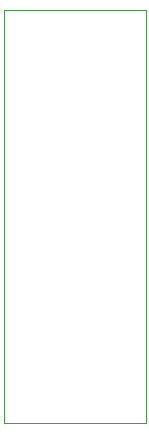
<source format=gbr>
G04 #@! TF.GenerationSoftware,KiCad,Pcbnew,(5.1.5-0-10_14)*
G04 #@! TF.CreationDate,2021-06-03T13:40:16-04:00*
G04 #@! TF.ProjectId,ESLO_RB2_PogoInterface,45534c4f-5f52-4423-925f-506f676f496e,rev?*
G04 #@! TF.SameCoordinates,Original*
G04 #@! TF.FileFunction,Profile,NP*
%FSLAX46Y46*%
G04 Gerber Fmt 4.6, Leading zero omitted, Abs format (unit mm)*
G04 Created by KiCad (PCBNEW (5.1.5-0-10_14)) date 2021-06-03 13:40:16*
%MOMM*%
%LPD*%
G04 APERTURE LIST*
%ADD10C,0.050000*%
G04 APERTURE END LIST*
D10*
X138000000Y-82000000D02*
X126000000Y-82000000D01*
X138000000Y-117000000D02*
X138000000Y-82000000D01*
X126000000Y-117000000D02*
X138000000Y-117000000D01*
X126000000Y-82000000D02*
X126000000Y-117000000D01*
M02*

</source>
